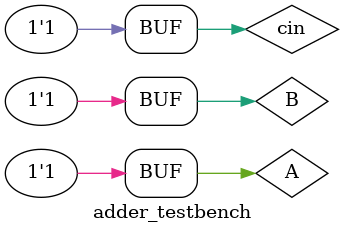
<source format=sv>
`timescale 1ps/1ps
module adder (
    input  logic A, B,
    input logic cin,
    output logic sum,
    output logic cout
);
    logic a_and_b, b_and_c, a_and_c, a_xor_b;

    // full adder logic
    // --> assign sum = A xor B xor cin
    // --> assign cout = A*B + B*Cin + A * cin
    and #50 a1(a_and_b, A, B);
    and #50 a2(b_and_c, B, cin);
    and #50 a3(a_and_c, A, cin);
    or #50 o1(cout, a_and_b, b_and_c, a_and_c);

    xor #50 x1(a_xor_b, A, B);
    xor #50 x2(sum, a_xor_b, cin);

endmodule
 
 
module adder_testbench();
    logic A, B, cin, sum, cout;
    adder dut(.*);

    initial begin
        A = 0;
        B = 0;
        cin = 0; #1000;

        A = 1;
        B = 0;
        cin = 0; #1000;

        A = 0;
        B = 1;
        cin = 0; #1000;

        A = 1;
        B = 1;
        cin = 0; #1000;

        A = 0;
        B = 0;
        cin = 1; #1000;

        A = 1;
        B = 0;
        cin = 1; #1000;

        A = 0;
        B = 1;
        cin = 1; #1000;

        A = 1;
        B = 1;
        cin = 1; #1000;

    end
 
endmodule
</source>
